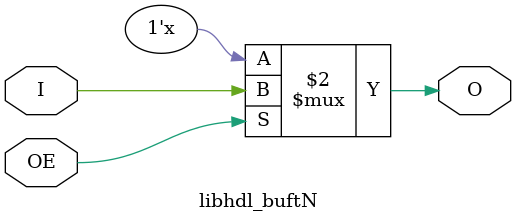
<source format=v>
`include "libhdl_timescale.vh"

module libhdl_buftN
#(  parameter N = 1)
(   output wire         O,
    input  wire         OE,
    input  wire [N-1:0] I);

assign O = (OE == 1'b1) ? I : {N{1'bZ}};

endmodule

</source>
